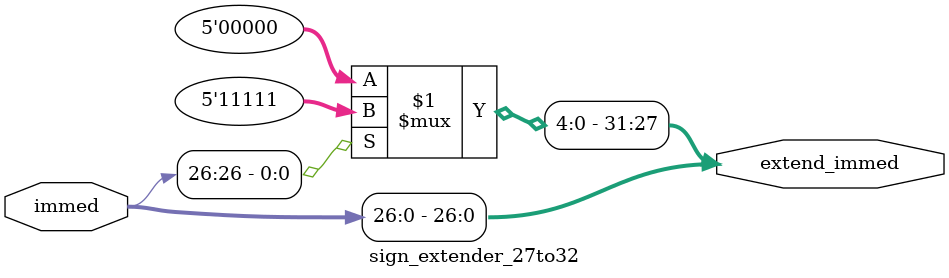
<source format=v>
module sign_extender_27to32(immed, extend_immed);
	input [26:0] immed;
	output [31:0] extend_immed;
	
	assign extend_immed[26:0] = immed[26:0];
	assign extend_immed[31:27] = (immed[26]) ? 5'b11111 : 5'b00000;
	
endmodule
</source>
